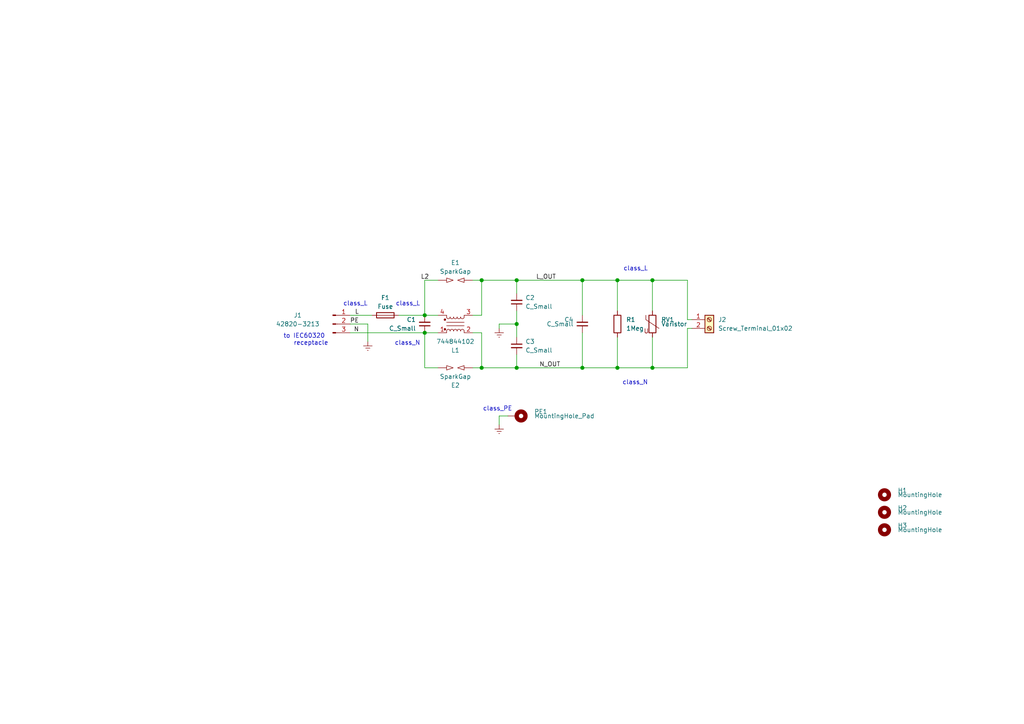
<source format=kicad_sch>
(kicad_sch (version 20200828) (generator eeschema)

  (page 1 1)

  (paper "A4")

  (lib_symbols
    (symbol "Connector:Conn_01x03_Male" (pin_names (offset 1.016) hide) (in_bom yes) (on_board yes)
      (property "Reference" "J" (id 0) (at 0 5.08 0)
        (effects (font (size 1.27 1.27)))
      )
      (property "Value" "Conn_01x03_Male" (id 1) (at 0 -5.08 0)
        (effects (font (size 1.27 1.27)))
      )
      (property "Footprint" "" (id 2) (at 0 0 0)
        (effects (font (size 1.27 1.27)) hide)
      )
      (property "Datasheet" "~" (id 3) (at 0 0 0)
        (effects (font (size 1.27 1.27)) hide)
      )
      (property "ki_keywords" "connector" (id 4) (at 0 0 0)
        (effects (font (size 1.27 1.27)) hide)
      )
      (property "ki_description" "Generic connector, single row, 01x03, script generated (kicad-library-utils/schlib/autogen/connector/)" (id 5) (at 0 0 0)
        (effects (font (size 1.27 1.27)) hide)
      )
      (property "ki_fp_filters" "Connector*:*_1x??_*" (id 6) (at 0 0 0)
        (effects (font (size 1.27 1.27)) hide)
      )
      (symbol "Conn_01x03_Male_1_1"
        (rectangle (start 0.8636 -2.413) (end 0 -2.667)
          (stroke (width 0.1524)) (fill (type outline))
        )
        (rectangle (start 0.8636 0.127) (end 0 -0.127)
          (stroke (width 0.1524)) (fill (type outline))
        )
        (rectangle (start 0.8636 2.667) (end 0 2.413)
          (stroke (width 0.1524)) (fill (type outline))
        )
        (polyline
          (pts
            (xy 1.27 -2.54)
            (xy 0.8636 -2.54)
          )
          (stroke (width 0.1524)) (fill (type none))
        )
        (polyline
          (pts
            (xy 1.27 0)
            (xy 0.8636 0)
          )
          (stroke (width 0.1524)) (fill (type none))
        )
        (polyline
          (pts
            (xy 1.27 2.54)
            (xy 0.8636 2.54)
          )
          (stroke (width 0.1524)) (fill (type none))
        )
        (pin passive line (at 5.08 2.54 180) (length 3.81)
          (name "Pin_1" (effects (font (size 1.27 1.27))))
          (number "1" (effects (font (size 1.27 1.27))))
        )
        (pin passive line (at 5.08 0 180) (length 3.81)
          (name "Pin_2" (effects (font (size 1.27 1.27))))
          (number "2" (effects (font (size 1.27 1.27))))
        )
        (pin passive line (at 5.08 -2.54 180) (length 3.81)
          (name "Pin_3" (effects (font (size 1.27 1.27))))
          (number "3" (effects (font (size 1.27 1.27))))
        )
      )
    )
    (symbol "Connector:Screw_Terminal_01x02" (pin_names (offset 1.016) hide) (in_bom yes) (on_board yes)
      (property "Reference" "J" (id 0) (at 0 2.54 0)
        (effects (font (size 1.27 1.27)))
      )
      (property "Value" "Screw_Terminal_01x02" (id 1) (at 0 -5.08 0)
        (effects (font (size 1.27 1.27)))
      )
      (property "Footprint" "" (id 2) (at 0 0 0)
        (effects (font (size 1.27 1.27)) hide)
      )
      (property "Datasheet" "~" (id 3) (at 0 0 0)
        (effects (font (size 1.27 1.27)) hide)
      )
      (property "ki_keywords" "screw terminal" (id 4) (at 0 0 0)
        (effects (font (size 1.27 1.27)) hide)
      )
      (property "ki_description" "Generic screw terminal, single row, 01x02, script generated (kicad-library-utils/schlib/autogen/connector/)" (id 5) (at 0 0 0)
        (effects (font (size 1.27 1.27)) hide)
      )
      (property "ki_fp_filters" "TerminalBlock*:*" (id 6) (at 0 0 0)
        (effects (font (size 1.27 1.27)) hide)
      )
      (symbol "Screw_Terminal_01x02_1_1"
        (circle (center 0 -2.54) (radius 0.635) (stroke (width 0.1524)) (fill (type none)))
        (circle (center 0 0) (radius 0.635) (stroke (width 0.1524)) (fill (type none)))
        (rectangle (start -1.27 1.27) (end 1.27 -3.81)
          (stroke (width 0.254)) (fill (type background))
        )
        (polyline
          (pts
            (xy -0.5334 -2.2098)
            (xy 0.3302 -3.048)
          )
          (stroke (width 0.1524)) (fill (type none))
        )
        (polyline
          (pts
            (xy -0.5334 0.3302)
            (xy 0.3302 -0.508)
          )
          (stroke (width 0.1524)) (fill (type none))
        )
        (polyline
          (pts
            (xy -0.3556 -2.032)
            (xy 0.508 -2.8702)
          )
          (stroke (width 0.1524)) (fill (type none))
        )
        (polyline
          (pts
            (xy -0.3556 0.508)
            (xy 0.508 -0.3302)
          )
          (stroke (width 0.1524)) (fill (type none))
        )
        (pin passive line (at -5.08 0 0) (length 3.81)
          (name "Pin_1" (effects (font (size 1.27 1.27))))
          (number "1" (effects (font (size 1.27 1.27))))
        )
        (pin passive line (at -5.08 -2.54 0) (length 3.81)
          (name "Pin_2" (effects (font (size 1.27 1.27))))
          (number "2" (effects (font (size 1.27 1.27))))
        )
      )
    )
    (symbol "Device:C_Small" (pin_numbers hide) (pin_names (offset 0.254) hide) (in_bom yes) (on_board yes)
      (property "Reference" "C" (id 0) (at 0.254 1.778 0)
        (effects (font (size 1.27 1.27)) (justify left))
      )
      (property "Value" "C_Small" (id 1) (at 0.254 -2.032 0)
        (effects (font (size 1.27 1.27)) (justify left))
      )
      (property "Footprint" "" (id 2) (at 0 0 0)
        (effects (font (size 1.27 1.27)) hide)
      )
      (property "Datasheet" "~" (id 3) (at 0 0 0)
        (effects (font (size 1.27 1.27)) hide)
      )
      (property "ki_keywords" "capacitor cap" (id 4) (at 0 0 0)
        (effects (font (size 1.27 1.27)) hide)
      )
      (property "ki_description" "Unpolarized capacitor, small symbol" (id 5) (at 0 0 0)
        (effects (font (size 1.27 1.27)) hide)
      )
      (property "ki_fp_filters" "C_*" (id 6) (at 0 0 0)
        (effects (font (size 1.27 1.27)) hide)
      )
      (symbol "C_Small_0_1"
        (polyline
          (pts
            (xy -1.524 -0.508)
            (xy 1.524 -0.508)
          )
          (stroke (width 0.3302)) (fill (type none))
        )
        (polyline
          (pts
            (xy -1.524 0.508)
            (xy 1.524 0.508)
          )
          (stroke (width 0.3048)) (fill (type none))
        )
      )
      (symbol "C_Small_1_1"
        (pin passive line (at 0 2.54 270) (length 2.032)
          (name "~" (effects (font (size 1.27 1.27))))
          (number "1" (effects (font (size 1.27 1.27))))
        )
        (pin passive line (at 0 -2.54 90) (length 2.032)
          (name "~" (effects (font (size 1.27 1.27))))
          (number "2" (effects (font (size 1.27 1.27))))
        )
      )
    )
    (symbol "Device:Fuse" (pin_numbers hide) (pin_names (offset 0)) (in_bom yes) (on_board yes)
      (property "Reference" "F" (id 0) (at 2.032 0 90)
        (effects (font (size 1.27 1.27)))
      )
      (property "Value" "Fuse" (id 1) (at -1.905 0 90)
        (effects (font (size 1.27 1.27)))
      )
      (property "Footprint" "" (id 2) (at -1.778 0 90)
        (effects (font (size 1.27 1.27)) hide)
      )
      (property "Datasheet" "~" (id 3) (at 0 0 0)
        (effects (font (size 1.27 1.27)) hide)
      )
      (property "ki_keywords" "fuse" (id 4) (at 0 0 0)
        (effects (font (size 1.27 1.27)) hide)
      )
      (property "ki_description" "Fuse" (id 5) (at 0 0 0)
        (effects (font (size 1.27 1.27)) hide)
      )
      (property "ki_fp_filters" "*Fuse*" (id 6) (at 0 0 0)
        (effects (font (size 1.27 1.27)) hide)
      )
      (symbol "Fuse_0_1"
        (rectangle (start -0.762 -2.54) (end 0.762 2.54)
          (stroke (width 0.254)) (fill (type none))
        )
        (polyline
          (pts
            (xy 0 2.54)
            (xy 0 -2.54)
          )
          (stroke (width 0)) (fill (type none))
        )
      )
      (symbol "Fuse_1_1"
        (pin passive line (at 0 3.81 270) (length 1.27)
          (name "~" (effects (font (size 1.27 1.27))))
          (number "1" (effects (font (size 1.27 1.27))))
        )
        (pin passive line (at 0 -3.81 90) (length 1.27)
          (name "~" (effects (font (size 1.27 1.27))))
          (number "2" (effects (font (size 1.27 1.27))))
        )
      )
    )
    (symbol "Device:L_Iron_Coupled_1243" (pin_names (offset 0.254) hide) (in_bom yes) (on_board yes)
      (property "Reference" "L" (id 0) (at 0 4.445 0)
        (effects (font (size 1.27 1.27)))
      )
      (property "Value" "L_Iron_Coupled_1243" (id 1) (at 0 -4.445 0)
        (effects (font (size 1.27 1.27)))
      )
      (property "Footprint" "" (id 2) (at 0 0 0)
        (effects (font (size 1.27 1.27)) hide)
      )
      (property "Datasheet" "~" (id 3) (at 0 0 0)
        (effects (font (size 1.27 1.27)) hide)
      )
      (property "ki_keywords" "inductor choke coil reactor magnetic coupled" (id 4) (at 0 0 0)
        (effects (font (size 1.27 1.27)) hide)
      )
      (property "ki_description" "Coupled inductor with iron core" (id 5) (at 0 0 0)
        (effects (font (size 1.27 1.27)) hide)
      )
      (property "ki_fp_filters" "Choke_*\n*Coil*\nInductor_*\nL_*" (id 6) (at 0 0 0)
        (effects (font (size 1.27 1.27)) hide)
      )
      (symbol "L_Iron_Coupled_1243_0_1"
        (arc (start -1.524 -2.032) (end -2.54 -2.032) (radius (at -2.032 -2.032) (length 0.508) (angles 0.1 179.9))
          (stroke (width 0)) (fill (type none))
        )
        (arc (start -2.54 2.032) (end -1.524 2.032) (radius (at -2.032 2.032) (length 0.508) (angles -179.9 -0.1))
          (stroke (width 0)) (fill (type none))
        )
        (arc (start -0.508 -2.032) (end -1.524 -2.032) (radius (at -1.016 -2.032) (length 0.508) (angles 0.1 179.9))
          (stroke (width 0)) (fill (type none))
        )
        (arc (start -1.524 2.032) (end -0.508 2.032) (radius (at -1.016 2.032) (length 0.508) (angles -179.9 -0.1))
          (stroke (width 0)) (fill (type none))
        )
        (arc (start 0.508 -2.032) (end -0.508 -2.032) (radius (at 0 -2.032) (length 0.508) (angles 0.1 179.9))
          (stroke (width 0)) (fill (type none))
        )
        (arc (start -0.508 2.032) (end 0.508 2.032) (radius (at 0 2.032) (length 0.508) (angles -179.9 -0.1))
          (stroke (width 0)) (fill (type none))
        )
        (arc (start 1.524 -2.032) (end 0.508 -2.032) (radius (at 1.016 -2.032) (length 0.508) (angles 0.1 179.9))
          (stroke (width 0)) (fill (type none))
        )
        (arc (start 0.508 2.032) (end 1.524 2.032) (radius (at 1.016 2.032) (length 0.508) (angles -179.9 -0.1))
          (stroke (width 0)) (fill (type none))
        )
        (arc (start 2.54 -2.032) (end 1.524 -2.032) (radius (at 2.032 -2.032) (length 0.508) (angles 0.1 179.9))
          (stroke (width 0)) (fill (type none))
        )
        (arc (start 1.524 2.032) (end 2.54 2.032) (radius (at 2.032 2.032) (length 0.508) (angles -179.9 -0.1))
          (stroke (width 0)) (fill (type none))
        )
        (circle (center -3.048 -1.27) (radius 0.254) (stroke (width 0)) (fill (type outline)))
        (circle (center -3.048 1.524) (radius 0.254) (stroke (width 0)) (fill (type outline)))
        (polyline
          (pts
            (xy -2.54 -2.032)
            (xy -2.54 -2.54)
          )
          (stroke (width 0)) (fill (type none))
        )
        (polyline
          (pts
            (xy -2.54 0.508)
            (xy 2.54 0.508)
          )
          (stroke (width 0)) (fill (type none))
        )
        (polyline
          (pts
            (xy -2.54 2.032)
            (xy -2.54 2.54)
          )
          (stroke (width 0)) (fill (type none))
        )
        (polyline
          (pts
            (xy 2.54 -2.032)
            (xy 2.54 -2.54)
          )
          (stroke (width 0)) (fill (type none))
        )
        (polyline
          (pts
            (xy 2.54 -0.508)
            (xy -2.54 -0.508)
          )
          (stroke (width 0)) (fill (type none))
        )
        (polyline
          (pts
            (xy 2.54 2.54)
            (xy 2.54 2.032)
          )
          (stroke (width 0)) (fill (type none))
        )
      )
      (symbol "L_Iron_Coupled_1243_1_1"
        (pin passive line (at -5.08 2.54 0) (length 2.54)
          (name "1" (effects (font (size 1.27 1.27))))
          (number "1" (effects (font (size 1.27 1.27))))
        )
        (pin passive line (at 5.08 2.54 180) (length 2.54)
          (name "2" (effects (font (size 1.27 1.27))))
          (number "2" (effects (font (size 1.27 1.27))))
        )
        (pin passive line (at 5.08 -2.54 180) (length 2.54)
          (name "3" (effects (font (size 1.27 1.27))))
          (number "3" (effects (font (size 1.27 1.27))))
        )
        (pin passive line (at -5.08 -2.54 0) (length 2.54)
          (name "4" (effects (font (size 1.27 1.27))))
          (number "4" (effects (font (size 1.27 1.27))))
        )
      )
    )
    (symbol "Device:R" (pin_numbers hide) (pin_names (offset 0)) (in_bom yes) (on_board yes)
      (property "Reference" "R" (id 0) (at 2.032 0 90)
        (effects (font (size 1.27 1.27)))
      )
      (property "Value" "R" (id 1) (at 0 0 90)
        (effects (font (size 1.27 1.27)))
      )
      (property "Footprint" "" (id 2) (at -1.778 0 90)
        (effects (font (size 1.27 1.27)) hide)
      )
      (property "Datasheet" "~" (id 3) (at 0 0 0)
        (effects (font (size 1.27 1.27)) hide)
      )
      (property "ki_keywords" "R res resistor" (id 4) (at 0 0 0)
        (effects (font (size 1.27 1.27)) hide)
      )
      (property "ki_description" "Resistor" (id 5) (at 0 0 0)
        (effects (font (size 1.27 1.27)) hide)
      )
      (property "ki_fp_filters" "R_*" (id 6) (at 0 0 0)
        (effects (font (size 1.27 1.27)) hide)
      )
      (symbol "R_0_1"
        (rectangle (start -1.016 -2.54) (end 1.016 2.54)
          (stroke (width 0.254)) (fill (type none))
        )
      )
      (symbol "R_1_1"
        (pin passive line (at 0 3.81 270) (length 1.27)
          (name "~" (effects (font (size 1.27 1.27))))
          (number "1" (effects (font (size 1.27 1.27))))
        )
        (pin passive line (at 0 -3.81 90) (length 1.27)
          (name "~" (effects (font (size 1.27 1.27))))
          (number "2" (effects (font (size 1.27 1.27))))
        )
      )
    )
    (symbol "Device:SparkGap" (pin_numbers hide) (pin_names (offset 0)) (in_bom yes) (on_board yes)
      (property "Reference" "E" (id 0) (at 0 2.032 0)
        (effects (font (size 1.27 1.27)))
      )
      (property "Value" "SparkGap" (id 1) (at 0 -1.905 0)
        (effects (font (size 1.27 1.27)))
      )
      (property "Footprint" "" (id 2) (at 0 -1.778 0)
        (effects (font (size 1.27 1.27)) hide)
      )
      (property "Datasheet" "~" (id 3) (at 0 0 90)
        (effects (font (size 1.27 1.27)) hide)
      )
      (property "ki_keywords" "spark gap ESD electrostatic suppression" (id 4) (at 0 0 0)
        (effects (font (size 1.27 1.27)) hide)
      )
      (property "ki_description" "Spark gap" (id 5) (at 0 0 0)
        (effects (font (size 1.27 1.27)) hide)
      )
      (property "ki_fp_filters" "SG*" (id 6) (at 0 0 0)
        (effects (font (size 1.27 1.27)) hide)
      )
      (symbol "SparkGap_0_1"
        (polyline
          (pts
            (xy -2.54 0.635)
            (xy -2.54 -0.635)
            (xy -0.635 0)
            (xy -2.54 0.635)
          )
          (stroke (width 0)) (fill (type none))
        )
        (polyline
          (pts
            (xy 2.54 0.635)
            (xy 2.54 -0.635)
            (xy 0.635 0)
            (xy 2.54 0.635)
          )
          (stroke (width 0)) (fill (type none))
        )
      )
      (symbol "SparkGap_1_1"
        (pin passive line (at -5.08 0 0) (length 2.54)
          (name "~" (effects (font (size 1.27 1.27))))
          (number "1" (effects (font (size 1.27 1.27))))
        )
        (pin passive line (at 5.08 0 180) (length 2.54)
          (name "~" (effects (font (size 1.27 1.27))))
          (number "2" (effects (font (size 1.27 1.27))))
        )
      )
    )
    (symbol "Device:Varistor" (pin_numbers hide) (pin_names (offset 0)) (in_bom yes) (on_board yes)
      (property "Reference" "RV" (id 0) (at 3.175 0 90)
        (effects (font (size 1.27 1.27)))
      )
      (property "Value" "Varistor" (id 1) (at -3.175 0 90)
        (effects (font (size 1.27 1.27)))
      )
      (property "Footprint" "" (id 2) (at -1.778 0 90)
        (effects (font (size 1.27 1.27)) hide)
      )
      (property "Datasheet" "~" (id 3) (at 0 0 0)
        (effects (font (size 1.27 1.27)) hide)
      )
      (property "ki_keywords" "VDR resistance" (id 4) (at 0 0 0)
        (effects (font (size 1.27 1.27)) hide)
      )
      (property "ki_description" "Voltage dependent resistor" (id 5) (at 0 0 0)
        (effects (font (size 1.27 1.27)) hide)
      )
      (property "ki_fp_filters" "RV_*\nVaristor*" (id 6) (at 0 0 0)
        (effects (font (size 1.27 1.27)) hide)
      )
      (symbol "Varistor_0_0"
        (text "U" (at -1.778 -2.032 0)
          (effects (font (size 1.27 1.27)))
        )
      )
      (symbol "Varistor_0_1"
        (rectangle (start -1.016 -2.54) (end 1.016 2.54)
          (stroke (width 0.254)) (fill (type none))
        )
        (polyline
          (pts
            (xy -1.905 2.54)
            (xy -1.905 1.27)
            (xy 1.905 -1.27)
          )
          (stroke (width 0)) (fill (type none))
        )
      )
      (symbol "Varistor_1_1"
        (pin passive line (at 0 3.81 270) (length 1.27)
          (name "~" (effects (font (size 1.27 1.27))))
          (number "1" (effects (font (size 1.27 1.27))))
        )
        (pin passive line (at 0 -3.81 90) (length 1.27)
          (name "~" (effects (font (size 1.27 1.27))))
          (number "2" (effects (font (size 1.27 1.27))))
        )
      )
    )
    (symbol "Mechanical:MountingHole" (pin_names (offset 1.016)) (in_bom yes) (on_board yes)
      (property "Reference" "H" (id 0) (at 0 5.08 0)
        (effects (font (size 1.27 1.27)))
      )
      (property "Value" "MountingHole" (id 1) (at 0 3.175 0)
        (effects (font (size 1.27 1.27)))
      )
      (property "Footprint" "" (id 2) (at 0 0 0)
        (effects (font (size 1.27 1.27)) hide)
      )
      (property "Datasheet" "~" (id 3) (at 0 0 0)
        (effects (font (size 1.27 1.27)) hide)
      )
      (property "ki_keywords" "mounting hole" (id 4) (at 0 0 0)
        (effects (font (size 1.27 1.27)) hide)
      )
      (property "ki_description" "Mounting Hole without connection" (id 5) (at 0 0 0)
        (effects (font (size 1.27 1.27)) hide)
      )
      (property "ki_fp_filters" "MountingHole*" (id 6) (at 0 0 0)
        (effects (font (size 1.27 1.27)) hide)
      )
      (symbol "MountingHole_0_1"
        (circle (center 0 0) (radius 1.27) (stroke (width 1.27)) (fill (type none)))
      )
    )
    (symbol "Mechanical:MountingHole_Pad" (pin_numbers hide) (pin_names (offset 1.016) hide) (in_bom yes) (on_board yes)
      (property "Reference" "H" (id 0) (at 0 6.35 0)
        (effects (font (size 1.27 1.27)))
      )
      (property "Value" "MountingHole_Pad" (id 1) (at 0 4.445 0)
        (effects (font (size 1.27 1.27)))
      )
      (property "Footprint" "" (id 2) (at 0 0 0)
        (effects (font (size 1.27 1.27)) hide)
      )
      (property "Datasheet" "~" (id 3) (at 0 0 0)
        (effects (font (size 1.27 1.27)) hide)
      )
      (property "ki_keywords" "mounting hole" (id 4) (at 0 0 0)
        (effects (font (size 1.27 1.27)) hide)
      )
      (property "ki_description" "Mounting Hole with connection" (id 5) (at 0 0 0)
        (effects (font (size 1.27 1.27)) hide)
      )
      (property "ki_fp_filters" "MountingHole*Pad*" (id 6) (at 0 0 0)
        (effects (font (size 1.27 1.27)) hide)
      )
      (symbol "MountingHole_Pad_0_1"
        (circle (center 0 1.27) (radius 1.27) (stroke (width 1.27)) (fill (type none)))
      )
      (symbol "MountingHole_Pad_1_1"
        (pin input line (at 0 -2.54 90) (length 2.54)
          (name "1" (effects (font (size 1.27 1.27))))
          (number "1" (effects (font (size 1.27 1.27))))
        )
      )
    )
    (symbol "power:Earth" (power) (pin_names (offset 0)) (in_bom yes) (on_board yes)
      (property "Reference" "#PWR" (id 0) (at 0 -6.35 0)
        (effects (font (size 1.27 1.27)) hide)
      )
      (property "Value" "Earth" (id 1) (at 0 -3.81 0)
        (effects (font (size 1.27 1.27)) hide)
      )
      (property "Footprint" "" (id 2) (at 0 0 0)
        (effects (font (size 1.27 1.27)) hide)
      )
      (property "Datasheet" "~" (id 3) (at 0 0 0)
        (effects (font (size 1.27 1.27)) hide)
      )
      (property "ki_keywords" "power-flag ground gnd" (id 4) (at 0 0 0)
        (effects (font (size 1.27 1.27)) hide)
      )
      (property "ki_description" "Power symbol creates a global label with name \"Earth\"" (id 5) (at 0 0 0)
        (effects (font (size 1.27 1.27)) hide)
      )
      (symbol "Earth_0_1"
        (polyline
          (pts
            (xy -0.635 -1.905)
            (xy 0.635 -1.905)
          )
          (stroke (width 0)) (fill (type none))
        )
        (polyline
          (pts
            (xy -0.127 -2.54)
            (xy 0.127 -2.54)
          )
          (stroke (width 0)) (fill (type none))
        )
        (polyline
          (pts
            (xy 0 -1.27)
            (xy 0 0)
          )
          (stroke (width 0)) (fill (type none))
        )
        (polyline
          (pts
            (xy 1.27 -1.27)
            (xy -1.27 -1.27)
          )
          (stroke (width 0)) (fill (type none))
        )
      )
      (symbol "Earth_1_1"
        (pin power_in line (at 0 0 270) (length 0) hide
          (name "Earth" (effects (font (size 1.27 1.27))))
          (number "1" (effects (font (size 1.27 1.27))))
        )
      )
    )
  )

  (junction (at 123.19 91.44) (diameter 1.016) (color 0 0 0 0))
  (junction (at 123.19 96.52) (diameter 1.016) (color 0 0 0 0))
  (junction (at 139.7 81.28) (diameter 1.016) (color 0 0 0 0))
  (junction (at 139.7 106.68) (diameter 1.016) (color 0 0 0 0))
  (junction (at 149.86 81.28) (diameter 1.016) (color 0 0 0 0))
  (junction (at 149.86 93.98) (diameter 1.016) (color 0 0 0 0))
  (junction (at 149.86 106.68) (diameter 1.016) (color 0 0 0 0))
  (junction (at 168.91 81.28) (diameter 1.016) (color 0 0 0 0))
  (junction (at 168.91 106.68) (diameter 1.016) (color 0 0 0 0))
  (junction (at 179.07 81.28) (diameter 1.016) (color 0 0 0 0))
  (junction (at 179.07 106.68) (diameter 1.016) (color 0 0 0 0))
  (junction (at 189.23 81.28) (diameter 1.016) (color 0 0 0 0))
  (junction (at 189.23 106.68) (diameter 1.016) (color 0 0 0 0))

  (wire (pts (xy 101.6 91.44) (xy 107.95 91.44))
    (stroke (width 0) (type solid) (color 0 0 0 0))
  )
  (wire (pts (xy 101.6 93.98) (xy 106.68 93.98))
    (stroke (width 0) (type solid) (color 0 0 0 0))
  )
  (wire (pts (xy 101.6 96.52) (xy 123.19 96.52))
    (stroke (width 0) (type solid) (color 0 0 0 0))
  )
  (wire (pts (xy 106.68 93.98) (xy 106.68 99.06))
    (stroke (width 0) (type solid) (color 0 0 0 0))
  )
  (wire (pts (xy 115.57 91.44) (xy 123.19 91.44))
    (stroke (width 0) (type solid) (color 0 0 0 0))
  )
  (wire (pts (xy 123.19 81.28) (xy 123.19 91.44))
    (stroke (width 0) (type solid) (color 0 0 0 0))
  )
  (wire (pts (xy 123.19 91.44) (xy 127 91.44))
    (stroke (width 0) (type solid) (color 0 0 0 0))
  )
  (wire (pts (xy 123.19 96.52) (xy 127 96.52))
    (stroke (width 0) (type solid) (color 0 0 0 0))
  )
  (wire (pts (xy 123.19 106.68) (xy 123.19 96.52))
    (stroke (width 0) (type solid) (color 0 0 0 0))
  )
  (wire (pts (xy 127 81.28) (xy 123.19 81.28))
    (stroke (width 0) (type solid) (color 0 0 0 0))
  )
  (wire (pts (xy 127 106.68) (xy 123.19 106.68))
    (stroke (width 0) (type solid) (color 0 0 0 0))
  )
  (wire (pts (xy 137.16 81.28) (xy 139.7 81.28))
    (stroke (width 0) (type solid) (color 0 0 0 0))
  )
  (wire (pts (xy 137.16 91.44) (xy 139.7 91.44))
    (stroke (width 0) (type solid) (color 0 0 0 0))
  )
  (wire (pts (xy 137.16 96.52) (xy 139.7 96.52))
    (stroke (width 0) (type solid) (color 0 0 0 0))
  )
  (wire (pts (xy 137.16 106.68) (xy 139.7 106.68))
    (stroke (width 0) (type solid) (color 0 0 0 0))
  )
  (wire (pts (xy 139.7 81.28) (xy 139.7 91.44))
    (stroke (width 0) (type solid) (color 0 0 0 0))
  )
  (wire (pts (xy 139.7 81.28) (xy 149.86 81.28))
    (stroke (width 0) (type solid) (color 0 0 0 0))
  )
  (wire (pts (xy 139.7 96.52) (xy 139.7 106.68))
    (stroke (width 0) (type solid) (color 0 0 0 0))
  )
  (wire (pts (xy 139.7 106.68) (xy 149.86 106.68))
    (stroke (width 0) (type solid) (color 0 0 0 0))
  )
  (wire (pts (xy 144.78 93.98) (xy 149.86 93.98))
    (stroke (width 0) (type solid) (color 0 0 0 0))
  )
  (wire (pts (xy 144.78 95.25) (xy 144.78 93.98))
    (stroke (width 0) (type solid) (color 0 0 0 0))
  )
  (wire (pts (xy 144.78 120.65) (xy 144.78 123.19))
    (stroke (width 0) (type solid) (color 0 0 0 0))
  )
  (wire (pts (xy 144.78 120.65) (xy 147.32 120.65))
    (stroke (width 0) (type solid) (color 0 0 0 0))
  )
  (wire (pts (xy 149.86 81.28) (xy 149.86 85.09))
    (stroke (width 0) (type solid) (color 0 0 0 0))
  )
  (wire (pts (xy 149.86 81.28) (xy 168.91 81.28))
    (stroke (width 0) (type solid) (color 0 0 0 0))
  )
  (wire (pts (xy 149.86 93.98) (xy 149.86 90.17))
    (stroke (width 0) (type solid) (color 0 0 0 0))
  )
  (wire (pts (xy 149.86 97.79) (xy 149.86 93.98))
    (stroke (width 0) (type solid) (color 0 0 0 0))
  )
  (wire (pts (xy 149.86 102.87) (xy 149.86 106.68))
    (stroke (width 0) (type solid) (color 0 0 0 0))
  )
  (wire (pts (xy 149.86 106.68) (xy 168.91 106.68))
    (stroke (width 0) (type solid) (color 0 0 0 0))
  )
  (wire (pts (xy 168.91 81.28) (xy 168.91 91.44))
    (stroke (width 0) (type solid) (color 0 0 0 0))
  )
  (wire (pts (xy 168.91 81.28) (xy 179.07 81.28))
    (stroke (width 0) (type solid) (color 0 0 0 0))
  )
  (wire (pts (xy 168.91 96.52) (xy 168.91 106.68))
    (stroke (width 0) (type solid) (color 0 0 0 0))
  )
  (wire (pts (xy 168.91 106.68) (xy 179.07 106.68))
    (stroke (width 0) (type solid) (color 0 0 0 0))
  )
  (wire (pts (xy 179.07 81.28) (xy 179.07 90.17))
    (stroke (width 0) (type solid) (color 0 0 0 0))
  )
  (wire (pts (xy 179.07 81.28) (xy 189.23 81.28))
    (stroke (width 0) (type solid) (color 0 0 0 0))
  )
  (wire (pts (xy 179.07 97.79) (xy 179.07 106.68))
    (stroke (width 0) (type solid) (color 0 0 0 0))
  )
  (wire (pts (xy 179.07 106.68) (xy 189.23 106.68))
    (stroke (width 0) (type solid) (color 0 0 0 0))
  )
  (wire (pts (xy 189.23 81.28) (xy 189.23 90.17))
    (stroke (width 0) (type solid) (color 0 0 0 0))
  )
  (wire (pts (xy 189.23 97.79) (xy 189.23 106.68))
    (stroke (width 0) (type solid) (color 0 0 0 0))
  )
  (wire (pts (xy 189.23 106.68) (xy 199.39 106.68))
    (stroke (width 0) (type solid) (color 0 0 0 0))
  )
  (wire (pts (xy 199.39 81.28) (xy 189.23 81.28))
    (stroke (width 0) (type solid) (color 0 0 0 0))
  )
  (wire (pts (xy 199.39 92.71) (xy 199.39 81.28))
    (stroke (width 0) (type solid) (color 0 0 0 0))
  )
  (wire (pts (xy 199.39 95.25) (xy 199.39 106.68))
    (stroke (width 0) (type solid) (color 0 0 0 0))
  )
  (wire (pts (xy 200.66 92.71) (xy 199.39 92.71))
    (stroke (width 0) (type solid) (color 0 0 0 0))
  )
  (wire (pts (xy 200.66 95.25) (xy 199.39 95.25))
    (stroke (width 0) (type solid) (color 0 0 0 0))
  )

  (text "to IEC60320 \nreceptacle" (at 95.25 100.33 180)
    (effects (font (size 1.27 1.27)) (justify right bottom))
  )
  (text "class_L" (at 106.68 88.9 180)
    (effects (font (size 1.27 1.27)) (justify right bottom))
  )
  (text "class_L" (at 121.92 88.9 180)
    (effects (font (size 1.27 1.27)) (justify right bottom))
  )
  (text "class_N" (at 121.92 100.33 180)
    (effects (font (size 1.27 1.27)) (justify right bottom))
  )
  (text "class_PE" (at 148.59 119.38 180)
    (effects (font (size 1.27 1.27)) (justify right bottom))
  )
  (text "class_L" (at 187.96 78.74 180)
    (effects (font (size 1.27 1.27)) (justify right bottom))
  )
  (text "class_N" (at 187.96 111.76 180)
    (effects (font (size 1.27 1.27)) (justify right bottom))
  )

  (label "L" (at 104.14 91.44 180)
    (effects (font (size 1.27 1.27)) (justify right bottom))
  )
  (label "PE" (at 104.14 93.98 180)
    (effects (font (size 1.27 1.27)) (justify right bottom))
  )
  (label "N" (at 104.14 96.52 180)
    (effects (font (size 1.27 1.27)) (justify right bottom))
  )
  (label "L2" (at 124.46 81.28 180)
    (effects (font (size 1.27 1.27)) (justify right bottom))
  )
  (label "L_OUT" (at 161.29 81.28 180)
    (effects (font (size 1.27 1.27)) (justify right bottom))
  )
  (label "N_OUT" (at 162.56 106.68 180)
    (effects (font (size 1.27 1.27)) (justify right bottom))
  )

  (symbol (lib_id "power:Earth") (at 106.68 99.06 0) (unit 1)
    (in_bom yes) (on_board yes)
    (uuid "14607db5-fc08-4f43-a9a7-e04a166bce7a")
    (property "Reference" "#PWR01" (id 0) (at 106.68 105.41 0)
      (effects (font (size 1.27 1.27)) hide)
    )
    (property "Value" "Earth" (id 1) (at 106.68 102.87 0)
      (effects (font (size 1.27 1.27)) hide)
    )
    (property "Footprint" "" (id 2) (at 106.68 99.06 0)
      (effects (font (size 1.27 1.27)) hide)
    )
    (property "Datasheet" "~" (id 3) (at 106.68 99.06 0)
      (effects (font (size 1.27 1.27)) hide)
    )
  )

  (symbol (lib_id "power:Earth") (at 144.78 95.25 0) (unit 1)
    (in_bom yes) (on_board yes)
    (uuid "5cefadb9-fb74-47bf-bce7-8a355e257037")
    (property "Reference" "#PWR02" (id 0) (at 144.78 101.6 0)
      (effects (font (size 1.27 1.27)) hide)
    )
    (property "Value" "Earth" (id 1) (at 144.78 99.06 0)
      (effects (font (size 1.27 1.27)) hide)
    )
    (property "Footprint" "" (id 2) (at 144.78 95.25 0)
      (effects (font (size 1.27 1.27)) hide)
    )
    (property "Datasheet" "~" (id 3) (at 144.78 95.25 0)
      (effects (font (size 1.27 1.27)) hide)
    )
  )

  (symbol (lib_id "power:Earth") (at 144.78 123.19 0) (unit 1)
    (in_bom yes) (on_board yes)
    (uuid "173bd014-c733-4c08-abcd-28e52e5e56d1")
    (property "Reference" "#PWR03" (id 0) (at 144.78 129.54 0)
      (effects (font (size 1.27 1.27)) hide)
    )
    (property "Value" "Earth" (id 1) (at 144.78 127 0)
      (effects (font (size 1.27 1.27)) hide)
    )
    (property "Footprint" "" (id 2) (at 144.78 123.19 0)
      (effects (font (size 1.27 1.27)) hide)
    )
    (property "Datasheet" "~" (id 3) (at 144.78 123.19 0)
      (effects (font (size 1.27 1.27)) hide)
    )
  )

  (symbol (lib_id "Device:SparkGap") (at 132.08 81.28 0) (unit 1)
    (in_bom yes) (on_board yes)
    (uuid "eaeddf69-2d73-430b-a5d1-3bccb11f4f10")
    (property "Reference" "E1" (id 0) (at 132.08 76.2 0))
    (property "Value" "SparkGap" (id 1) (at 132.08 78.74 0))
    (property "Footprint" "sparkgaps:SG1210" (id 2) (at 132.08 83.058 0)
      (effects (font (size 1.27 1.27)) hide)
    )
    (property "Datasheet" "~" (id 3) (at 132.08 81.28 90)
      (effects (font (size 1.27 1.27)) hide)
    )
  )

  (symbol (lib_id "Device:SparkGap") (at 132.08 106.68 0) (mirror x) (unit 1)
    (in_bom yes) (on_board yes)
    (uuid "39a8af14-71a3-4d05-80f5-75e122aac6d0")
    (property "Reference" "E2" (id 0) (at 132.08 111.76 0))
    (property "Value" "SparkGap" (id 1) (at 132.08 109.22 0))
    (property "Footprint" "sparkgaps:SG1210" (id 2) (at 132.08 104.902 0)
      (effects (font (size 1.27 1.27)) hide)
    )
    (property "Datasheet" "~" (id 3) (at 132.08 106.68 90)
      (effects (font (size 1.27 1.27)) hide)
    )
  )

  (symbol (lib_id "Mechanical:MountingHole") (at 256.54 143.51 0) (unit 1)
    (in_bom yes) (on_board yes)
    (uuid "2451a49b-f63d-4832-8938-ad35b4c670a8")
    (property "Reference" "H1" (id 0) (at 260.35 142.24 0)
      (effects (font (size 1.27 1.27)) (justify left))
    )
    (property "Value" "MountingHole" (id 1) (at 260.35 143.51 0)
      (effects (font (size 1.27 1.27)) (justify left))
    )
    (property "Footprint" "MountingHole:MountingHole_4.3mm_M4_DIN965" (id 2) (at 256.54 143.51 0)
      (effects (font (size 1.27 1.27)) hide)
    )
    (property "Datasheet" "~" (id 3) (at 256.54 143.51 0)
      (effects (font (size 1.27 1.27)) hide)
    )
  )

  (symbol (lib_id "Mechanical:MountingHole") (at 256.54 148.59 0) (unit 1)
    (in_bom yes) (on_board yes)
    (uuid "527677aa-98e3-4b13-977d-a8131724eabd")
    (property "Reference" "H2" (id 0) (at 260.35 147.32 0)
      (effects (font (size 1.27 1.27)) (justify left))
    )
    (property "Value" "MountingHole" (id 1) (at 260.35 148.59 0)
      (effects (font (size 1.27 1.27)) (justify left))
    )
    (property "Footprint" "MountingHole:MountingHole_4.3mm_M4_DIN965" (id 2) (at 256.54 148.59 0)
      (effects (font (size 1.27 1.27)) hide)
    )
    (property "Datasheet" "~" (id 3) (at 256.54 148.59 0)
      (effects (font (size 1.27 1.27)) hide)
    )
  )

  (symbol (lib_id "Mechanical:MountingHole") (at 256.54 153.67 0) (unit 1)
    (in_bom yes) (on_board yes)
    (uuid "ddd93fc0-358f-43c7-b373-8f073c531f85")
    (property "Reference" "H3" (id 0) (at 260.35 152.4 0)
      (effects (font (size 1.27 1.27)) (justify left))
    )
    (property "Value" "MountingHole" (id 1) (at 260.35 153.67 0)
      (effects (font (size 1.27 1.27)) (justify left))
    )
    (property "Footprint" "MountingHole:MountingHole_4.3mm_M4_DIN965" (id 2) (at 256.54 153.67 0)
      (effects (font (size 1.27 1.27)) hide)
    )
    (property "Datasheet" "~" (id 3) (at 256.54 153.67 0)
      (effects (font (size 1.27 1.27)) hide)
    )
  )

  (symbol (lib_id "Device:Fuse") (at 111.76 91.44 270) (mirror x) (unit 1)
    (in_bom yes) (on_board yes)
    (uuid "9fc609d7-3b2b-40e1-b095-ad47c5fb2147")
    (property "Reference" "F1" (id 0) (at 111.76 86.36 90))
    (property "Value" "Fuse" (id 1) (at 111.76 88.9 90))
    (property "Footprint" "Fuse:Fuseholder_Cylinder-5x20mm_Schurter_FAB_0031-355x_Horizontal_Closed" (id 2) (at 111.76 93.218 90)
      (effects (font (size 1.27 1.27)) hide)
    )
    (property "Datasheet" "~" (id 3) (at 111.76 91.44 0)
      (effects (font (size 1.27 1.27)) hide)
    )
  )

  (symbol (lib_id "Device:R") (at 179.07 93.98 0) (unit 1)
    (in_bom yes) (on_board yes)
    (uuid "61e50044-1212-4d74-8363-dc2e2b6a6a77")
    (property "Reference" "R1" (id 0) (at 181.61 92.71 0)
      (effects (font (size 1.27 1.27)) (justify left))
    )
    (property "Value" "1Meg" (id 1) (at 181.61 95.25 0)
      (effects (font (size 1.27 1.27)) (justify left))
    )
    (property "Footprint" "Resistor_THT:R_Axial_DIN0414_L11.9mm_D4.5mm_P15.24mm_Horizontal" (id 2) (at 177.292 93.98 90)
      (effects (font (size 1.27 1.27)) hide)
    )
    (property "Datasheet" "~" (id 3) (at 179.07 93.98 0)
      (effects (font (size 1.27 1.27)) hide)
    )
  )

  (symbol (lib_id "Device:C_Small") (at 123.19 93.98 0) (mirror x) (unit 1)
    (in_bom yes) (on_board yes)
    (uuid "da298a36-bb7b-4d8c-9dd7-04a53015ce17")
    (property "Reference" "C1" (id 0) (at 120.65 92.71 0)
      (effects (font (size 1.27 1.27)) (justify right))
    )
    (property "Value" "C_Small" (id 1) (at 120.65 95.25 0)
      (effects (font (size 1.27 1.27)) (justify right))
    )
    (property "Footprint" "Capacitor_THT:C_Rect_L18.0mm_W8.0mm_P15.00mm_FKS3_FKP3" (id 2) (at 123.19 93.98 0)
      (effects (font (size 1.27 1.27)) hide)
    )
    (property "Datasheet" "~" (id 3) (at 123.19 93.98 0)
      (effects (font (size 1.27 1.27)) hide)
    )
  )

  (symbol (lib_id "Device:C_Small") (at 149.86 87.63 0) (mirror x) (unit 1)
    (in_bom yes) (on_board yes)
    (uuid "9c9453d7-13bf-48ee-ad7e-193580f876e9")
    (property "Reference" "C2" (id 0) (at 152.4 86.36 0)
      (effects (font (size 1.27 1.27)) (justify left))
    )
    (property "Value" "C_Small" (id 1) (at 152.4 88.9 0)
      (effects (font (size 1.27 1.27)) (justify left))
    )
    (property "Footprint" "Capacitor_THT:C_Disc_D9.0mm_W5.0mm_P10.00mm" (id 2) (at 149.86 87.63 0)
      (effects (font (size 1.27 1.27)) hide)
    )
    (property "Datasheet" "~" (id 3) (at 149.86 87.63 0)
      (effects (font (size 1.27 1.27)) hide)
    )
  )

  (symbol (lib_id "Device:C_Small") (at 149.86 100.33 0) (unit 1)
    (in_bom yes) (on_board yes)
    (uuid "d486186e-5590-4655-8ca8-fe2947889afb")
    (property "Reference" "C3" (id 0) (at 152.4 99.06 0)
      (effects (font (size 1.27 1.27)) (justify left))
    )
    (property "Value" "C_Small" (id 1) (at 152.4 101.6 0)
      (effects (font (size 1.27 1.27)) (justify left))
    )
    (property "Footprint" "Capacitor_THT:C_Disc_D9.0mm_W5.0mm_P10.00mm" (id 2) (at 149.86 100.33 0)
      (effects (font (size 1.27 1.27)) hide)
    )
    (property "Datasheet" "~" (id 3) (at 149.86 100.33 0)
      (effects (font (size 1.27 1.27)) hide)
    )
  )

  (symbol (lib_id "Device:C_Small") (at 168.91 93.98 0) (mirror x) (unit 1)
    (in_bom yes) (on_board yes)
    (uuid "79470988-ca90-46cb-9d56-3736583d4116")
    (property "Reference" "C4" (id 0) (at 166.37 92.71 0)
      (effects (font (size 1.27 1.27)) (justify right))
    )
    (property "Value" "C_Small" (id 1) (at 166.37 93.98 0)
      (effects (font (size 1.27 1.27)) (justify right))
    )
    (property "Footprint" "Capacitor_THT:C_Rect_L18.0mm_W8.0mm_P15.00mm_FKS3_FKP3" (id 2) (at 168.91 93.98 0)
      (effects (font (size 1.27 1.27)) hide)
    )
    (property "Datasheet" "~" (id 3) (at 168.91 93.98 0)
      (effects (font (size 1.27 1.27)) hide)
    )
  )

  (symbol (lib_id "Mechanical:MountingHole_Pad") (at 149.86 120.65 270) (unit 1)
    (in_bom yes) (on_board yes)
    (uuid "81d38d13-b7ab-465e-a488-f07674de315e")
    (property "Reference" "PE1" (id 0) (at 154.94 119.38 90)
      (effects (font (size 1.27 1.27)) (justify left))
    )
    (property "Value" "MountingHole_Pad" (id 1) (at 154.94 120.65 90)
      (effects (font (size 1.27 1.27)) (justify left))
    )
    (property "Footprint" "MountingHole:MountingHole_4.3mm_M4_Pad_Via" (id 2) (at 149.86 120.65 0)
      (effects (font (size 1.27 1.27)) hide)
    )
    (property "Datasheet" "~" (id 3) (at 149.86 120.65 0)
      (effects (font (size 1.27 1.27)) hide)
    )
  )

  (symbol (lib_id "Device:Varistor") (at 189.23 93.98 0) (unit 1)
    (in_bom yes) (on_board yes)
    (uuid "e4b1f713-2f53-4959-a51e-81c3d6d62133")
    (property "Reference" "RV1" (id 0) (at 191.77 92.71 0)
      (effects (font (size 1.27 1.27)) (justify left))
    )
    (property "Value" "Varistor" (id 1) (at 191.77 93.98 0)
      (effects (font (size 1.27 1.27)) (justify left))
    )
    (property "Footprint" "Varistor:RV_Disc_D12mm_W4.2mm_P7.5mm" (id 2) (at 187.452 93.98 90)
      (effects (font (size 1.27 1.27)) hide)
    )
    (property "Datasheet" "~" (id 3) (at 189.23 93.98 0)
      (effects (font (size 1.27 1.27)) hide)
    )
  )

  (symbol (lib_id "Connector:Screw_Terminal_01x02") (at 205.74 92.71 0) (unit 1)
    (in_bom yes) (on_board yes)
    (uuid "ea43d38a-7077-413c-b8ba-3e2f263fc87c")
    (property "Reference" "J2" (id 0) (at 208.28 92.71 0)
      (effects (font (size 1.27 1.27)) (justify left))
    )
    (property "Value" "Screw_Terminal_01x02" (id 1) (at 208.28 95.25 0)
      (effects (font (size 1.27 1.27)) (justify left))
    )
    (property "Footprint" "TerminalBlock_MetzConnect:TerminalBlock_MetzConnect_Type171_RT13702HBWC_1x02_P7.50mm_Horizontal" (id 2) (at 205.74 92.71 0)
      (effects (font (size 1.27 1.27)) hide)
    )
    (property "Datasheet" "~" (id 3) (at 205.74 92.71 0)
      (effects (font (size 1.27 1.27)) hide)
    )
  )

  (symbol (lib_id "Connector:Conn_01x03_Male") (at 96.52 93.98 0) (unit 1)
    (in_bom yes) (on_board yes)
    (uuid "3fbb6a52-7330-4e47-bd85-5d54abcbd092")
    (property "Reference" "J1" (id 0) (at 86.36 91.44 0))
    (property "Value" "42820-3213" (id 1) (at 86.36 93.98 0))
    (property "Footprint" "Connector_Molex:Molex_Mini-Fit_Sr_42820-32XX_1x03_P10.00mm_Horizontal_ThermalVias" (id 2) (at 96.52 93.98 0)
      (effects (font (size 1.27 1.27)) hide)
    )
    (property "Datasheet" "~" (id 3) (at 96.52 93.98 0)
      (effects (font (size 1.27 1.27)) hide)
    )
  )

  (symbol (lib_id "Device:L_Iron_Coupled_1243") (at 132.08 93.98 0) (mirror x) (unit 1)
    (in_bom yes) (on_board yes)
    (uuid "dae561b0-40de-424d-aa2b-a935bd9fea65")
    (property "Reference" "L1" (id 0) (at 132.08 101.6 0))
    (property "Value" "744844102" (id 1) (at 132.08 99.06 0))
    (property "Footprint" "Inductor_THT:WE-ExB" (id 2) (at 132.08 93.98 0)
      (effects (font (size 1.27 1.27)) hide)
    )
    (property "Datasheet" "~" (id 3) (at 132.08 93.98 0)
      (effects (font (size 1.27 1.27)) hide)
    )
  )

  (symbol_instances
    (path "/14607db5-fc08-4f43-a9a7-e04a166bce7a"
      (reference "#PWR01") (unit 1) (value "Earth") (footprint "")
    )
    (path "/5cefadb9-fb74-47bf-bce7-8a355e257037"
      (reference "#PWR02") (unit 1) (value "Earth") (footprint "")
    )
    (path "/173bd014-c733-4c08-abcd-28e52e5e56d1"
      (reference "#PWR03") (unit 1) (value "Earth") (footprint "")
    )
    (path "/da298a36-bb7b-4d8c-9dd7-04a53015ce17"
      (reference "C1") (unit 1) (value "C_Small") (footprint "Capacitor_THT:C_Rect_L18.0mm_W8.0mm_P15.00mm_FKS3_FKP3")
    )
    (path "/9c9453d7-13bf-48ee-ad7e-193580f876e9"
      (reference "C2") (unit 1) (value "C_Small") (footprint "Capacitor_THT:C_Disc_D9.0mm_W5.0mm_P10.00mm")
    )
    (path "/d486186e-5590-4655-8ca8-fe2947889afb"
      (reference "C3") (unit 1) (value "C_Small") (footprint "Capacitor_THT:C_Disc_D9.0mm_W5.0mm_P10.00mm")
    )
    (path "/79470988-ca90-46cb-9d56-3736583d4116"
      (reference "C4") (unit 1) (value "C_Small") (footprint "Capacitor_THT:C_Rect_L18.0mm_W8.0mm_P15.00mm_FKS3_FKP3")
    )
    (path "/eaeddf69-2d73-430b-a5d1-3bccb11f4f10"
      (reference "E1") (unit 1) (value "SparkGap") (footprint "sparkgaps:SG1210")
    )
    (path "/39a8af14-71a3-4d05-80f5-75e122aac6d0"
      (reference "E2") (unit 1) (value "SparkGap") (footprint "sparkgaps:SG1210")
    )
    (path "/9fc609d7-3b2b-40e1-b095-ad47c5fb2147"
      (reference "F1") (unit 1) (value "Fuse") (footprint "Fuse:Fuseholder_Cylinder-5x20mm_Schurter_FAB_0031-355x_Horizontal_Closed")
    )
    (path "/2451a49b-f63d-4832-8938-ad35b4c670a8"
      (reference "H1") (unit 1) (value "MountingHole") (footprint "MountingHole:MountingHole_4.3mm_M4_DIN965")
    )
    (path "/527677aa-98e3-4b13-977d-a8131724eabd"
      (reference "H2") (unit 1) (value "MountingHole") (footprint "MountingHole:MountingHole_4.3mm_M4_DIN965")
    )
    (path "/ddd93fc0-358f-43c7-b373-8f073c531f85"
      (reference "H3") (unit 1) (value "MountingHole") (footprint "MountingHole:MountingHole_4.3mm_M4_DIN965")
    )
    (path "/3fbb6a52-7330-4e47-bd85-5d54abcbd092"
      (reference "J1") (unit 1) (value "42820-3213") (footprint "Connector_Molex:Molex_Mini-Fit_Sr_42820-32XX_1x03_P10.00mm_Horizontal_ThermalVias")
    )
    (path "/ea43d38a-7077-413c-b8ba-3e2f263fc87c"
      (reference "J2") (unit 1) (value "Screw_Terminal_01x02") (footprint "TerminalBlock_MetzConnect:TerminalBlock_MetzConnect_Type171_RT13702HBWC_1x02_P7.50mm_Horizontal")
    )
    (path "/dae561b0-40de-424d-aa2b-a935bd9fea65"
      (reference "L1") (unit 1) (value "744844102") (footprint "Inductor_THT:WE-ExB")
    )
    (path "/81d38d13-b7ab-465e-a488-f07674de315e"
      (reference "PE1") (unit 1) (value "MountingHole_Pad") (footprint "MountingHole:MountingHole_4.3mm_M4_Pad_Via")
    )
    (path "/61e50044-1212-4d74-8363-dc2e2b6a6a77"
      (reference "R1") (unit 1) (value "1Meg") (footprint "Resistor_THT:R_Axial_DIN0414_L11.9mm_D4.5mm_P15.24mm_Horizontal")
    )
    (path "/e4b1f713-2f53-4959-a51e-81c3d6d62133"
      (reference "RV1") (unit 1) (value "Varistor") (footprint "Varistor:RV_Disc_D12mm_W4.2mm_P7.5mm")
    )
  )
)

</source>
